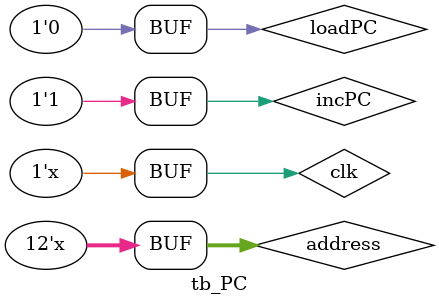
<source format=v>
module PC(clk, loadPC, incPC, address, execadd);
input clk;
input loadPC;
input incPC;
input [11:0] address;
output [11:0] execadd;

reg [11:0] execadd;

reg [11:0] temp;

always@( posedge clk)
begin
	if ( loadPC == 0 && incPC == 0 ) begin
	temp <= 12'h000;
	end
	else if (loadPC == 1 && incPC == 0 ) begin
	temp <= address;
	end
	else if (loadPC == 0 && incPC == 1 ) begin
	temp <= temp + 12'h001;
	end
	else begin
	temp <= temp;
	end
	execadd <= temp;
end
endmodule

///////////////////////////////////////////////////////////////
////	Testbench for the Design of PC			//////
/////////////////////////////////////////////////////////////
module tb_PC ();
reg clk;
reg loadPC;
reg incPC;
reg [11:0] address;
wire [11:0] execadd;

// Instantiation of the design
PC p1 (.clk(clk), .loadPC(loadPC), .incPC(incPC), .address(address), .execadd(execadd));

// Initialization of inputs
initial
begin
	clk = 1'b0;
	loadPC = 1'b0;
	incPC = 1'b0;
	address = 12'h000;
end

//  Clock instantiation
always #5 clk = ~ clk;

// Adress randomization
always #30 address = address + 12'h001;

// Stimulus
initial 
begin
	// Execaddress will be same as initial address during this time
	#10 loadPC <= 1'b0;
	incPC <= 1'b0;

	// Now let the address increment and then load the address into the PC
	#30 loadPC = 1'b1;
	incPC = 1'b0;

	// Increment the address to get the next address
	#10 loadPC = 1'b0;
	incPC = 1'b1;
end
endmodule

</source>
